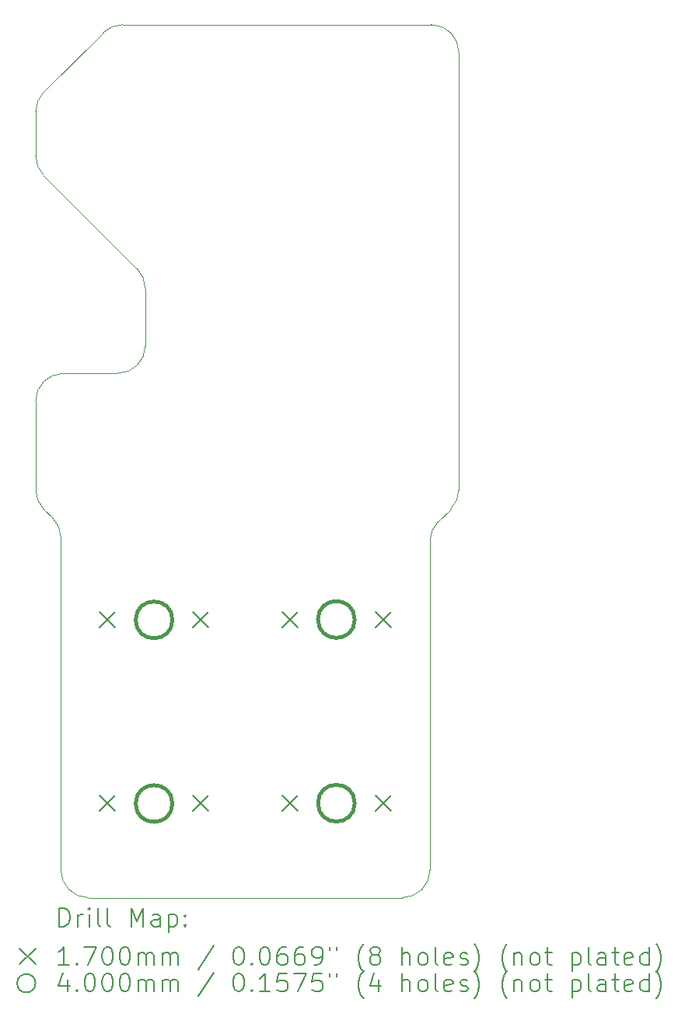
<source format=gbr>
%TF.GenerationSoftware,KiCad,Pcbnew,9.0.2*%
%TF.CreationDate,2025-06-30T11:24:57-04:00*%
%TF.ProjectId,magi_controller,6d616769-5f63-46f6-9e74-726f6c6c6572,rev?*%
%TF.SameCoordinates,Original*%
%TF.FileFunction,Drillmap*%
%TF.FilePolarity,Positive*%
%FSLAX45Y45*%
G04 Gerber Fmt 4.5, Leading zero omitted, Abs format (unit mm)*
G04 Created by KiCad (PCBNEW 9.0.2) date 2025-06-30 11:24:57*
%MOMM*%
%LPD*%
G01*
G04 APERTURE LIST*
%ADD10C,0.050000*%
%ADD11C,0.200000*%
%ADD12C,0.170000*%
%ADD13C,0.400000*%
G04 APERTURE END LIST*
D10*
X20841000Y-9077264D02*
G75*
G02*
X20928866Y-8865130I300000J4D01*
G01*
X20841000Y-12658000D02*
G75*
G02*
X20541000Y-12958000I-300000J0D01*
G01*
X17741000Y-6949000D02*
G75*
G02*
X17441000Y-7249000I-300000J0D01*
G01*
X21155000Y-8514736D02*
G75*
G02*
X21067134Y-8726870I-300000J-4D01*
G01*
X17122000Y-12958000D02*
G75*
G02*
X16822000Y-12658000I0J300000D01*
G01*
X16734132Y-8825132D02*
G75*
G02*
X16821997Y-9037264I-212132J-212128D01*
G01*
X16635868Y-5092868D02*
G75*
G02*
X16548003Y-4880736I212132J212128D01*
G01*
X17653132Y-6110132D02*
G75*
G02*
X17740997Y-6322264I-212132J-212128D01*
G01*
X16548000Y-4397264D02*
G75*
G02*
X16635866Y-4185130I300000J4D01*
G01*
X16548000Y-7549000D02*
G75*
G02*
X16848000Y-7249000I300000J0D01*
G01*
X16635868Y-8726868D02*
G75*
G02*
X16548003Y-8514736I212132J212128D01*
G01*
X20855000Y-3451000D02*
G75*
G02*
X21155000Y-3751000I0J-300000D01*
G01*
X17282132Y-3538868D02*
G75*
G02*
X17494264Y-3451003I212128J-212132D01*
G01*
X20855000Y-3451000D02*
X17494264Y-3451000D01*
X17282132Y-3538868D02*
X16635868Y-4185132D01*
X16635868Y-5092868D02*
X17653132Y-6110132D01*
X16822000Y-9037264D02*
X16822000Y-12658000D01*
X16635868Y-8726868D02*
X16734132Y-8825132D01*
X21155000Y-3751000D02*
X21155000Y-8514736D01*
X17741000Y-6322264D02*
X17741000Y-6949000D01*
X17122000Y-12958000D02*
X20541000Y-12958000D01*
X20841000Y-12658000D02*
X20841000Y-9077264D01*
X17441000Y-7249000D02*
X16848000Y-7249000D01*
X16548000Y-4397264D02*
X16548000Y-4880736D01*
X21067132Y-8726868D02*
X20928868Y-8865132D01*
X16548000Y-7549000D02*
X16548000Y-8514736D01*
D11*
D12*
X17244000Y-9848000D02*
X17414000Y-10018000D01*
X17414000Y-9848000D02*
X17244000Y-10018000D01*
X17244000Y-11848000D02*
X17414000Y-12018000D01*
X17414000Y-11848000D02*
X17244000Y-12018000D01*
X18260000Y-9848000D02*
X18430000Y-10018000D01*
X18430000Y-9848000D02*
X18260000Y-10018000D01*
X18260000Y-11848000D02*
X18430000Y-12018000D01*
X18430000Y-11848000D02*
X18260000Y-12018000D01*
X19229000Y-9844000D02*
X19399000Y-10014000D01*
X19399000Y-9844000D02*
X19229000Y-10014000D01*
X19229000Y-11844000D02*
X19399000Y-12014000D01*
X19399000Y-11844000D02*
X19229000Y-12014000D01*
X20245000Y-9844000D02*
X20415000Y-10014000D01*
X20415000Y-9844000D02*
X20245000Y-10014000D01*
X20245000Y-11844000D02*
X20415000Y-12014000D01*
X20415000Y-11844000D02*
X20245000Y-12014000D01*
D13*
X18037000Y-9933000D02*
G75*
G02*
X17637000Y-9933000I-200000J0D01*
G01*
X17637000Y-9933000D02*
G75*
G02*
X18037000Y-9933000I200000J0D01*
G01*
X18037000Y-11933000D02*
G75*
G02*
X17637000Y-11933000I-200000J0D01*
G01*
X17637000Y-11933000D02*
G75*
G02*
X18037000Y-11933000I200000J0D01*
G01*
X20022000Y-9929000D02*
G75*
G02*
X19622000Y-9929000I-200000J0D01*
G01*
X19622000Y-9929000D02*
G75*
G02*
X20022000Y-9929000I200000J0D01*
G01*
X20022000Y-11929000D02*
G75*
G02*
X19622000Y-11929000I-200000J0D01*
G01*
X19622000Y-11929000D02*
G75*
G02*
X20022000Y-11929000I200000J0D01*
G01*
D11*
X16806277Y-13271984D02*
X16806277Y-13071984D01*
X16806277Y-13071984D02*
X16853896Y-13071984D01*
X16853896Y-13071984D02*
X16882467Y-13081508D01*
X16882467Y-13081508D02*
X16901515Y-13100555D01*
X16901515Y-13100555D02*
X16911039Y-13119603D01*
X16911039Y-13119603D02*
X16920563Y-13157698D01*
X16920563Y-13157698D02*
X16920563Y-13186269D01*
X16920563Y-13186269D02*
X16911039Y-13224365D01*
X16911039Y-13224365D02*
X16901515Y-13243412D01*
X16901515Y-13243412D02*
X16882467Y-13262460D01*
X16882467Y-13262460D02*
X16853896Y-13271984D01*
X16853896Y-13271984D02*
X16806277Y-13271984D01*
X17006277Y-13271984D02*
X17006277Y-13138650D01*
X17006277Y-13176746D02*
X17015801Y-13157698D01*
X17015801Y-13157698D02*
X17025324Y-13148174D01*
X17025324Y-13148174D02*
X17044372Y-13138650D01*
X17044372Y-13138650D02*
X17063420Y-13138650D01*
X17130086Y-13271984D02*
X17130086Y-13138650D01*
X17130086Y-13071984D02*
X17120563Y-13081508D01*
X17120563Y-13081508D02*
X17130086Y-13091031D01*
X17130086Y-13091031D02*
X17139610Y-13081508D01*
X17139610Y-13081508D02*
X17130086Y-13071984D01*
X17130086Y-13071984D02*
X17130086Y-13091031D01*
X17253896Y-13271984D02*
X17234848Y-13262460D01*
X17234848Y-13262460D02*
X17225324Y-13243412D01*
X17225324Y-13243412D02*
X17225324Y-13071984D01*
X17358658Y-13271984D02*
X17339610Y-13262460D01*
X17339610Y-13262460D02*
X17330086Y-13243412D01*
X17330086Y-13243412D02*
X17330086Y-13071984D01*
X17587229Y-13271984D02*
X17587229Y-13071984D01*
X17587229Y-13071984D02*
X17653896Y-13214841D01*
X17653896Y-13214841D02*
X17720563Y-13071984D01*
X17720563Y-13071984D02*
X17720563Y-13271984D01*
X17901515Y-13271984D02*
X17901515Y-13167222D01*
X17901515Y-13167222D02*
X17891991Y-13148174D01*
X17891991Y-13148174D02*
X17872944Y-13138650D01*
X17872944Y-13138650D02*
X17834848Y-13138650D01*
X17834848Y-13138650D02*
X17815801Y-13148174D01*
X17901515Y-13262460D02*
X17882467Y-13271984D01*
X17882467Y-13271984D02*
X17834848Y-13271984D01*
X17834848Y-13271984D02*
X17815801Y-13262460D01*
X17815801Y-13262460D02*
X17806277Y-13243412D01*
X17806277Y-13243412D02*
X17806277Y-13224365D01*
X17806277Y-13224365D02*
X17815801Y-13205317D01*
X17815801Y-13205317D02*
X17834848Y-13195793D01*
X17834848Y-13195793D02*
X17882467Y-13195793D01*
X17882467Y-13195793D02*
X17901515Y-13186269D01*
X17996753Y-13138650D02*
X17996753Y-13338650D01*
X17996753Y-13148174D02*
X18015801Y-13138650D01*
X18015801Y-13138650D02*
X18053896Y-13138650D01*
X18053896Y-13138650D02*
X18072944Y-13148174D01*
X18072944Y-13148174D02*
X18082467Y-13157698D01*
X18082467Y-13157698D02*
X18091991Y-13176746D01*
X18091991Y-13176746D02*
X18091991Y-13233888D01*
X18091991Y-13233888D02*
X18082467Y-13252936D01*
X18082467Y-13252936D02*
X18072944Y-13262460D01*
X18072944Y-13262460D02*
X18053896Y-13271984D01*
X18053896Y-13271984D02*
X18015801Y-13271984D01*
X18015801Y-13271984D02*
X17996753Y-13262460D01*
X18177705Y-13252936D02*
X18187229Y-13262460D01*
X18187229Y-13262460D02*
X18177705Y-13271984D01*
X18177705Y-13271984D02*
X18168182Y-13262460D01*
X18168182Y-13262460D02*
X18177705Y-13252936D01*
X18177705Y-13252936D02*
X18177705Y-13271984D01*
X18177705Y-13148174D02*
X18187229Y-13157698D01*
X18187229Y-13157698D02*
X18177705Y-13167222D01*
X18177705Y-13167222D02*
X18168182Y-13157698D01*
X18168182Y-13157698D02*
X18177705Y-13148174D01*
X18177705Y-13148174D02*
X18177705Y-13167222D01*
D12*
X16375500Y-13515500D02*
X16545500Y-13685500D01*
X16545500Y-13515500D02*
X16375500Y-13685500D01*
D11*
X16911039Y-13691984D02*
X16796753Y-13691984D01*
X16853896Y-13691984D02*
X16853896Y-13491984D01*
X16853896Y-13491984D02*
X16834848Y-13520555D01*
X16834848Y-13520555D02*
X16815801Y-13539603D01*
X16815801Y-13539603D02*
X16796753Y-13549127D01*
X16996753Y-13672936D02*
X17006277Y-13682460D01*
X17006277Y-13682460D02*
X16996753Y-13691984D01*
X16996753Y-13691984D02*
X16987229Y-13682460D01*
X16987229Y-13682460D02*
X16996753Y-13672936D01*
X16996753Y-13672936D02*
X16996753Y-13691984D01*
X17072944Y-13491984D02*
X17206277Y-13491984D01*
X17206277Y-13491984D02*
X17120563Y-13691984D01*
X17320563Y-13491984D02*
X17339610Y-13491984D01*
X17339610Y-13491984D02*
X17358658Y-13501508D01*
X17358658Y-13501508D02*
X17368182Y-13511031D01*
X17368182Y-13511031D02*
X17377705Y-13530079D01*
X17377705Y-13530079D02*
X17387229Y-13568174D01*
X17387229Y-13568174D02*
X17387229Y-13615793D01*
X17387229Y-13615793D02*
X17377705Y-13653888D01*
X17377705Y-13653888D02*
X17368182Y-13672936D01*
X17368182Y-13672936D02*
X17358658Y-13682460D01*
X17358658Y-13682460D02*
X17339610Y-13691984D01*
X17339610Y-13691984D02*
X17320563Y-13691984D01*
X17320563Y-13691984D02*
X17301515Y-13682460D01*
X17301515Y-13682460D02*
X17291991Y-13672936D01*
X17291991Y-13672936D02*
X17282467Y-13653888D01*
X17282467Y-13653888D02*
X17272944Y-13615793D01*
X17272944Y-13615793D02*
X17272944Y-13568174D01*
X17272944Y-13568174D02*
X17282467Y-13530079D01*
X17282467Y-13530079D02*
X17291991Y-13511031D01*
X17291991Y-13511031D02*
X17301515Y-13501508D01*
X17301515Y-13501508D02*
X17320563Y-13491984D01*
X17511039Y-13491984D02*
X17530086Y-13491984D01*
X17530086Y-13491984D02*
X17549134Y-13501508D01*
X17549134Y-13501508D02*
X17558658Y-13511031D01*
X17558658Y-13511031D02*
X17568182Y-13530079D01*
X17568182Y-13530079D02*
X17577705Y-13568174D01*
X17577705Y-13568174D02*
X17577705Y-13615793D01*
X17577705Y-13615793D02*
X17568182Y-13653888D01*
X17568182Y-13653888D02*
X17558658Y-13672936D01*
X17558658Y-13672936D02*
X17549134Y-13682460D01*
X17549134Y-13682460D02*
X17530086Y-13691984D01*
X17530086Y-13691984D02*
X17511039Y-13691984D01*
X17511039Y-13691984D02*
X17491991Y-13682460D01*
X17491991Y-13682460D02*
X17482467Y-13672936D01*
X17482467Y-13672936D02*
X17472944Y-13653888D01*
X17472944Y-13653888D02*
X17463420Y-13615793D01*
X17463420Y-13615793D02*
X17463420Y-13568174D01*
X17463420Y-13568174D02*
X17472944Y-13530079D01*
X17472944Y-13530079D02*
X17482467Y-13511031D01*
X17482467Y-13511031D02*
X17491991Y-13501508D01*
X17491991Y-13501508D02*
X17511039Y-13491984D01*
X17663420Y-13691984D02*
X17663420Y-13558650D01*
X17663420Y-13577698D02*
X17672944Y-13568174D01*
X17672944Y-13568174D02*
X17691991Y-13558650D01*
X17691991Y-13558650D02*
X17720563Y-13558650D01*
X17720563Y-13558650D02*
X17739610Y-13568174D01*
X17739610Y-13568174D02*
X17749134Y-13587222D01*
X17749134Y-13587222D02*
X17749134Y-13691984D01*
X17749134Y-13587222D02*
X17758658Y-13568174D01*
X17758658Y-13568174D02*
X17777705Y-13558650D01*
X17777705Y-13558650D02*
X17806277Y-13558650D01*
X17806277Y-13558650D02*
X17825325Y-13568174D01*
X17825325Y-13568174D02*
X17834848Y-13587222D01*
X17834848Y-13587222D02*
X17834848Y-13691984D01*
X17930086Y-13691984D02*
X17930086Y-13558650D01*
X17930086Y-13577698D02*
X17939610Y-13568174D01*
X17939610Y-13568174D02*
X17958658Y-13558650D01*
X17958658Y-13558650D02*
X17987229Y-13558650D01*
X17987229Y-13558650D02*
X18006277Y-13568174D01*
X18006277Y-13568174D02*
X18015801Y-13587222D01*
X18015801Y-13587222D02*
X18015801Y-13691984D01*
X18015801Y-13587222D02*
X18025325Y-13568174D01*
X18025325Y-13568174D02*
X18044372Y-13558650D01*
X18044372Y-13558650D02*
X18072944Y-13558650D01*
X18072944Y-13558650D02*
X18091991Y-13568174D01*
X18091991Y-13568174D02*
X18101515Y-13587222D01*
X18101515Y-13587222D02*
X18101515Y-13691984D01*
X18491991Y-13482460D02*
X18320563Y-13739603D01*
X18749134Y-13491984D02*
X18768182Y-13491984D01*
X18768182Y-13491984D02*
X18787229Y-13501508D01*
X18787229Y-13501508D02*
X18796753Y-13511031D01*
X18796753Y-13511031D02*
X18806277Y-13530079D01*
X18806277Y-13530079D02*
X18815801Y-13568174D01*
X18815801Y-13568174D02*
X18815801Y-13615793D01*
X18815801Y-13615793D02*
X18806277Y-13653888D01*
X18806277Y-13653888D02*
X18796753Y-13672936D01*
X18796753Y-13672936D02*
X18787229Y-13682460D01*
X18787229Y-13682460D02*
X18768182Y-13691984D01*
X18768182Y-13691984D02*
X18749134Y-13691984D01*
X18749134Y-13691984D02*
X18730087Y-13682460D01*
X18730087Y-13682460D02*
X18720563Y-13672936D01*
X18720563Y-13672936D02*
X18711039Y-13653888D01*
X18711039Y-13653888D02*
X18701515Y-13615793D01*
X18701515Y-13615793D02*
X18701515Y-13568174D01*
X18701515Y-13568174D02*
X18711039Y-13530079D01*
X18711039Y-13530079D02*
X18720563Y-13511031D01*
X18720563Y-13511031D02*
X18730087Y-13501508D01*
X18730087Y-13501508D02*
X18749134Y-13491984D01*
X18901515Y-13672936D02*
X18911039Y-13682460D01*
X18911039Y-13682460D02*
X18901515Y-13691984D01*
X18901515Y-13691984D02*
X18891991Y-13682460D01*
X18891991Y-13682460D02*
X18901515Y-13672936D01*
X18901515Y-13672936D02*
X18901515Y-13691984D01*
X19034848Y-13491984D02*
X19053896Y-13491984D01*
X19053896Y-13491984D02*
X19072944Y-13501508D01*
X19072944Y-13501508D02*
X19082468Y-13511031D01*
X19082468Y-13511031D02*
X19091991Y-13530079D01*
X19091991Y-13530079D02*
X19101515Y-13568174D01*
X19101515Y-13568174D02*
X19101515Y-13615793D01*
X19101515Y-13615793D02*
X19091991Y-13653888D01*
X19091991Y-13653888D02*
X19082468Y-13672936D01*
X19082468Y-13672936D02*
X19072944Y-13682460D01*
X19072944Y-13682460D02*
X19053896Y-13691984D01*
X19053896Y-13691984D02*
X19034848Y-13691984D01*
X19034848Y-13691984D02*
X19015801Y-13682460D01*
X19015801Y-13682460D02*
X19006277Y-13672936D01*
X19006277Y-13672936D02*
X18996753Y-13653888D01*
X18996753Y-13653888D02*
X18987229Y-13615793D01*
X18987229Y-13615793D02*
X18987229Y-13568174D01*
X18987229Y-13568174D02*
X18996753Y-13530079D01*
X18996753Y-13530079D02*
X19006277Y-13511031D01*
X19006277Y-13511031D02*
X19015801Y-13501508D01*
X19015801Y-13501508D02*
X19034848Y-13491984D01*
X19272944Y-13491984D02*
X19234848Y-13491984D01*
X19234848Y-13491984D02*
X19215801Y-13501508D01*
X19215801Y-13501508D02*
X19206277Y-13511031D01*
X19206277Y-13511031D02*
X19187229Y-13539603D01*
X19187229Y-13539603D02*
X19177706Y-13577698D01*
X19177706Y-13577698D02*
X19177706Y-13653888D01*
X19177706Y-13653888D02*
X19187229Y-13672936D01*
X19187229Y-13672936D02*
X19196753Y-13682460D01*
X19196753Y-13682460D02*
X19215801Y-13691984D01*
X19215801Y-13691984D02*
X19253896Y-13691984D01*
X19253896Y-13691984D02*
X19272944Y-13682460D01*
X19272944Y-13682460D02*
X19282468Y-13672936D01*
X19282468Y-13672936D02*
X19291991Y-13653888D01*
X19291991Y-13653888D02*
X19291991Y-13606269D01*
X19291991Y-13606269D02*
X19282468Y-13587222D01*
X19282468Y-13587222D02*
X19272944Y-13577698D01*
X19272944Y-13577698D02*
X19253896Y-13568174D01*
X19253896Y-13568174D02*
X19215801Y-13568174D01*
X19215801Y-13568174D02*
X19196753Y-13577698D01*
X19196753Y-13577698D02*
X19187229Y-13587222D01*
X19187229Y-13587222D02*
X19177706Y-13606269D01*
X19463420Y-13491984D02*
X19425325Y-13491984D01*
X19425325Y-13491984D02*
X19406277Y-13501508D01*
X19406277Y-13501508D02*
X19396753Y-13511031D01*
X19396753Y-13511031D02*
X19377706Y-13539603D01*
X19377706Y-13539603D02*
X19368182Y-13577698D01*
X19368182Y-13577698D02*
X19368182Y-13653888D01*
X19368182Y-13653888D02*
X19377706Y-13672936D01*
X19377706Y-13672936D02*
X19387229Y-13682460D01*
X19387229Y-13682460D02*
X19406277Y-13691984D01*
X19406277Y-13691984D02*
X19444372Y-13691984D01*
X19444372Y-13691984D02*
X19463420Y-13682460D01*
X19463420Y-13682460D02*
X19472944Y-13672936D01*
X19472944Y-13672936D02*
X19482468Y-13653888D01*
X19482468Y-13653888D02*
X19482468Y-13606269D01*
X19482468Y-13606269D02*
X19472944Y-13587222D01*
X19472944Y-13587222D02*
X19463420Y-13577698D01*
X19463420Y-13577698D02*
X19444372Y-13568174D01*
X19444372Y-13568174D02*
X19406277Y-13568174D01*
X19406277Y-13568174D02*
X19387229Y-13577698D01*
X19387229Y-13577698D02*
X19377706Y-13587222D01*
X19377706Y-13587222D02*
X19368182Y-13606269D01*
X19577706Y-13691984D02*
X19615801Y-13691984D01*
X19615801Y-13691984D02*
X19634849Y-13682460D01*
X19634849Y-13682460D02*
X19644372Y-13672936D01*
X19644372Y-13672936D02*
X19663420Y-13644365D01*
X19663420Y-13644365D02*
X19672944Y-13606269D01*
X19672944Y-13606269D02*
X19672944Y-13530079D01*
X19672944Y-13530079D02*
X19663420Y-13511031D01*
X19663420Y-13511031D02*
X19653896Y-13501508D01*
X19653896Y-13501508D02*
X19634849Y-13491984D01*
X19634849Y-13491984D02*
X19596753Y-13491984D01*
X19596753Y-13491984D02*
X19577706Y-13501508D01*
X19577706Y-13501508D02*
X19568182Y-13511031D01*
X19568182Y-13511031D02*
X19558658Y-13530079D01*
X19558658Y-13530079D02*
X19558658Y-13577698D01*
X19558658Y-13577698D02*
X19568182Y-13596746D01*
X19568182Y-13596746D02*
X19577706Y-13606269D01*
X19577706Y-13606269D02*
X19596753Y-13615793D01*
X19596753Y-13615793D02*
X19634849Y-13615793D01*
X19634849Y-13615793D02*
X19653896Y-13606269D01*
X19653896Y-13606269D02*
X19663420Y-13596746D01*
X19663420Y-13596746D02*
X19672944Y-13577698D01*
X19749134Y-13491984D02*
X19749134Y-13530079D01*
X19825325Y-13491984D02*
X19825325Y-13530079D01*
X20120563Y-13768174D02*
X20111039Y-13758650D01*
X20111039Y-13758650D02*
X20091991Y-13730079D01*
X20091991Y-13730079D02*
X20082468Y-13711031D01*
X20082468Y-13711031D02*
X20072944Y-13682460D01*
X20072944Y-13682460D02*
X20063420Y-13634841D01*
X20063420Y-13634841D02*
X20063420Y-13596746D01*
X20063420Y-13596746D02*
X20072944Y-13549127D01*
X20072944Y-13549127D02*
X20082468Y-13520555D01*
X20082468Y-13520555D02*
X20091991Y-13501508D01*
X20091991Y-13501508D02*
X20111039Y-13472936D01*
X20111039Y-13472936D02*
X20120563Y-13463412D01*
X20225325Y-13577698D02*
X20206277Y-13568174D01*
X20206277Y-13568174D02*
X20196753Y-13558650D01*
X20196753Y-13558650D02*
X20187230Y-13539603D01*
X20187230Y-13539603D02*
X20187230Y-13530079D01*
X20187230Y-13530079D02*
X20196753Y-13511031D01*
X20196753Y-13511031D02*
X20206277Y-13501508D01*
X20206277Y-13501508D02*
X20225325Y-13491984D01*
X20225325Y-13491984D02*
X20263420Y-13491984D01*
X20263420Y-13491984D02*
X20282468Y-13501508D01*
X20282468Y-13501508D02*
X20291991Y-13511031D01*
X20291991Y-13511031D02*
X20301515Y-13530079D01*
X20301515Y-13530079D02*
X20301515Y-13539603D01*
X20301515Y-13539603D02*
X20291991Y-13558650D01*
X20291991Y-13558650D02*
X20282468Y-13568174D01*
X20282468Y-13568174D02*
X20263420Y-13577698D01*
X20263420Y-13577698D02*
X20225325Y-13577698D01*
X20225325Y-13577698D02*
X20206277Y-13587222D01*
X20206277Y-13587222D02*
X20196753Y-13596746D01*
X20196753Y-13596746D02*
X20187230Y-13615793D01*
X20187230Y-13615793D02*
X20187230Y-13653888D01*
X20187230Y-13653888D02*
X20196753Y-13672936D01*
X20196753Y-13672936D02*
X20206277Y-13682460D01*
X20206277Y-13682460D02*
X20225325Y-13691984D01*
X20225325Y-13691984D02*
X20263420Y-13691984D01*
X20263420Y-13691984D02*
X20282468Y-13682460D01*
X20282468Y-13682460D02*
X20291991Y-13672936D01*
X20291991Y-13672936D02*
X20301515Y-13653888D01*
X20301515Y-13653888D02*
X20301515Y-13615793D01*
X20301515Y-13615793D02*
X20291991Y-13596746D01*
X20291991Y-13596746D02*
X20282468Y-13587222D01*
X20282468Y-13587222D02*
X20263420Y-13577698D01*
X20539611Y-13691984D02*
X20539611Y-13491984D01*
X20625325Y-13691984D02*
X20625325Y-13587222D01*
X20625325Y-13587222D02*
X20615801Y-13568174D01*
X20615801Y-13568174D02*
X20596753Y-13558650D01*
X20596753Y-13558650D02*
X20568182Y-13558650D01*
X20568182Y-13558650D02*
X20549134Y-13568174D01*
X20549134Y-13568174D02*
X20539611Y-13577698D01*
X20749134Y-13691984D02*
X20730087Y-13682460D01*
X20730087Y-13682460D02*
X20720563Y-13672936D01*
X20720563Y-13672936D02*
X20711039Y-13653888D01*
X20711039Y-13653888D02*
X20711039Y-13596746D01*
X20711039Y-13596746D02*
X20720563Y-13577698D01*
X20720563Y-13577698D02*
X20730087Y-13568174D01*
X20730087Y-13568174D02*
X20749134Y-13558650D01*
X20749134Y-13558650D02*
X20777706Y-13558650D01*
X20777706Y-13558650D02*
X20796753Y-13568174D01*
X20796753Y-13568174D02*
X20806277Y-13577698D01*
X20806277Y-13577698D02*
X20815801Y-13596746D01*
X20815801Y-13596746D02*
X20815801Y-13653888D01*
X20815801Y-13653888D02*
X20806277Y-13672936D01*
X20806277Y-13672936D02*
X20796753Y-13682460D01*
X20796753Y-13682460D02*
X20777706Y-13691984D01*
X20777706Y-13691984D02*
X20749134Y-13691984D01*
X20930087Y-13691984D02*
X20911039Y-13682460D01*
X20911039Y-13682460D02*
X20901515Y-13663412D01*
X20901515Y-13663412D02*
X20901515Y-13491984D01*
X21082468Y-13682460D02*
X21063420Y-13691984D01*
X21063420Y-13691984D02*
X21025325Y-13691984D01*
X21025325Y-13691984D02*
X21006277Y-13682460D01*
X21006277Y-13682460D02*
X20996753Y-13663412D01*
X20996753Y-13663412D02*
X20996753Y-13587222D01*
X20996753Y-13587222D02*
X21006277Y-13568174D01*
X21006277Y-13568174D02*
X21025325Y-13558650D01*
X21025325Y-13558650D02*
X21063420Y-13558650D01*
X21063420Y-13558650D02*
X21082468Y-13568174D01*
X21082468Y-13568174D02*
X21091992Y-13587222D01*
X21091992Y-13587222D02*
X21091992Y-13606269D01*
X21091992Y-13606269D02*
X20996753Y-13625317D01*
X21168182Y-13682460D02*
X21187230Y-13691984D01*
X21187230Y-13691984D02*
X21225325Y-13691984D01*
X21225325Y-13691984D02*
X21244373Y-13682460D01*
X21244373Y-13682460D02*
X21253896Y-13663412D01*
X21253896Y-13663412D02*
X21253896Y-13653888D01*
X21253896Y-13653888D02*
X21244373Y-13634841D01*
X21244373Y-13634841D02*
X21225325Y-13625317D01*
X21225325Y-13625317D02*
X21196753Y-13625317D01*
X21196753Y-13625317D02*
X21177706Y-13615793D01*
X21177706Y-13615793D02*
X21168182Y-13596746D01*
X21168182Y-13596746D02*
X21168182Y-13587222D01*
X21168182Y-13587222D02*
X21177706Y-13568174D01*
X21177706Y-13568174D02*
X21196753Y-13558650D01*
X21196753Y-13558650D02*
X21225325Y-13558650D01*
X21225325Y-13558650D02*
X21244373Y-13568174D01*
X21320563Y-13768174D02*
X21330087Y-13758650D01*
X21330087Y-13758650D02*
X21349134Y-13730079D01*
X21349134Y-13730079D02*
X21358658Y-13711031D01*
X21358658Y-13711031D02*
X21368182Y-13682460D01*
X21368182Y-13682460D02*
X21377706Y-13634841D01*
X21377706Y-13634841D02*
X21377706Y-13596746D01*
X21377706Y-13596746D02*
X21368182Y-13549127D01*
X21368182Y-13549127D02*
X21358658Y-13520555D01*
X21358658Y-13520555D02*
X21349134Y-13501508D01*
X21349134Y-13501508D02*
X21330087Y-13472936D01*
X21330087Y-13472936D02*
X21320563Y-13463412D01*
X21682468Y-13768174D02*
X21672944Y-13758650D01*
X21672944Y-13758650D02*
X21653896Y-13730079D01*
X21653896Y-13730079D02*
X21644373Y-13711031D01*
X21644373Y-13711031D02*
X21634849Y-13682460D01*
X21634849Y-13682460D02*
X21625325Y-13634841D01*
X21625325Y-13634841D02*
X21625325Y-13596746D01*
X21625325Y-13596746D02*
X21634849Y-13549127D01*
X21634849Y-13549127D02*
X21644373Y-13520555D01*
X21644373Y-13520555D02*
X21653896Y-13501508D01*
X21653896Y-13501508D02*
X21672944Y-13472936D01*
X21672944Y-13472936D02*
X21682468Y-13463412D01*
X21758658Y-13558650D02*
X21758658Y-13691984D01*
X21758658Y-13577698D02*
X21768182Y-13568174D01*
X21768182Y-13568174D02*
X21787230Y-13558650D01*
X21787230Y-13558650D02*
X21815801Y-13558650D01*
X21815801Y-13558650D02*
X21834849Y-13568174D01*
X21834849Y-13568174D02*
X21844373Y-13587222D01*
X21844373Y-13587222D02*
X21844373Y-13691984D01*
X21968182Y-13691984D02*
X21949134Y-13682460D01*
X21949134Y-13682460D02*
X21939611Y-13672936D01*
X21939611Y-13672936D02*
X21930087Y-13653888D01*
X21930087Y-13653888D02*
X21930087Y-13596746D01*
X21930087Y-13596746D02*
X21939611Y-13577698D01*
X21939611Y-13577698D02*
X21949134Y-13568174D01*
X21949134Y-13568174D02*
X21968182Y-13558650D01*
X21968182Y-13558650D02*
X21996754Y-13558650D01*
X21996754Y-13558650D02*
X22015801Y-13568174D01*
X22015801Y-13568174D02*
X22025325Y-13577698D01*
X22025325Y-13577698D02*
X22034849Y-13596746D01*
X22034849Y-13596746D02*
X22034849Y-13653888D01*
X22034849Y-13653888D02*
X22025325Y-13672936D01*
X22025325Y-13672936D02*
X22015801Y-13682460D01*
X22015801Y-13682460D02*
X21996754Y-13691984D01*
X21996754Y-13691984D02*
X21968182Y-13691984D01*
X22091992Y-13558650D02*
X22168182Y-13558650D01*
X22120563Y-13491984D02*
X22120563Y-13663412D01*
X22120563Y-13663412D02*
X22130087Y-13682460D01*
X22130087Y-13682460D02*
X22149134Y-13691984D01*
X22149134Y-13691984D02*
X22168182Y-13691984D01*
X22387230Y-13558650D02*
X22387230Y-13758650D01*
X22387230Y-13568174D02*
X22406277Y-13558650D01*
X22406277Y-13558650D02*
X22444373Y-13558650D01*
X22444373Y-13558650D02*
X22463420Y-13568174D01*
X22463420Y-13568174D02*
X22472944Y-13577698D01*
X22472944Y-13577698D02*
X22482468Y-13596746D01*
X22482468Y-13596746D02*
X22482468Y-13653888D01*
X22482468Y-13653888D02*
X22472944Y-13672936D01*
X22472944Y-13672936D02*
X22463420Y-13682460D01*
X22463420Y-13682460D02*
X22444373Y-13691984D01*
X22444373Y-13691984D02*
X22406277Y-13691984D01*
X22406277Y-13691984D02*
X22387230Y-13682460D01*
X22596753Y-13691984D02*
X22577706Y-13682460D01*
X22577706Y-13682460D02*
X22568182Y-13663412D01*
X22568182Y-13663412D02*
X22568182Y-13491984D01*
X22758658Y-13691984D02*
X22758658Y-13587222D01*
X22758658Y-13587222D02*
X22749134Y-13568174D01*
X22749134Y-13568174D02*
X22730087Y-13558650D01*
X22730087Y-13558650D02*
X22691992Y-13558650D01*
X22691992Y-13558650D02*
X22672944Y-13568174D01*
X22758658Y-13682460D02*
X22739611Y-13691984D01*
X22739611Y-13691984D02*
X22691992Y-13691984D01*
X22691992Y-13691984D02*
X22672944Y-13682460D01*
X22672944Y-13682460D02*
X22663420Y-13663412D01*
X22663420Y-13663412D02*
X22663420Y-13644365D01*
X22663420Y-13644365D02*
X22672944Y-13625317D01*
X22672944Y-13625317D02*
X22691992Y-13615793D01*
X22691992Y-13615793D02*
X22739611Y-13615793D01*
X22739611Y-13615793D02*
X22758658Y-13606269D01*
X22825325Y-13558650D02*
X22901515Y-13558650D01*
X22853896Y-13491984D02*
X22853896Y-13663412D01*
X22853896Y-13663412D02*
X22863420Y-13682460D01*
X22863420Y-13682460D02*
X22882468Y-13691984D01*
X22882468Y-13691984D02*
X22901515Y-13691984D01*
X23044373Y-13682460D02*
X23025325Y-13691984D01*
X23025325Y-13691984D02*
X22987230Y-13691984D01*
X22987230Y-13691984D02*
X22968182Y-13682460D01*
X22968182Y-13682460D02*
X22958658Y-13663412D01*
X22958658Y-13663412D02*
X22958658Y-13587222D01*
X22958658Y-13587222D02*
X22968182Y-13568174D01*
X22968182Y-13568174D02*
X22987230Y-13558650D01*
X22987230Y-13558650D02*
X23025325Y-13558650D01*
X23025325Y-13558650D02*
X23044373Y-13568174D01*
X23044373Y-13568174D02*
X23053896Y-13587222D01*
X23053896Y-13587222D02*
X23053896Y-13606269D01*
X23053896Y-13606269D02*
X22958658Y-13625317D01*
X23225325Y-13691984D02*
X23225325Y-13491984D01*
X23225325Y-13682460D02*
X23206277Y-13691984D01*
X23206277Y-13691984D02*
X23168182Y-13691984D01*
X23168182Y-13691984D02*
X23149134Y-13682460D01*
X23149134Y-13682460D02*
X23139611Y-13672936D01*
X23139611Y-13672936D02*
X23130087Y-13653888D01*
X23130087Y-13653888D02*
X23130087Y-13596746D01*
X23130087Y-13596746D02*
X23139611Y-13577698D01*
X23139611Y-13577698D02*
X23149134Y-13568174D01*
X23149134Y-13568174D02*
X23168182Y-13558650D01*
X23168182Y-13558650D02*
X23206277Y-13558650D01*
X23206277Y-13558650D02*
X23225325Y-13568174D01*
X23301515Y-13768174D02*
X23311039Y-13758650D01*
X23311039Y-13758650D02*
X23330087Y-13730079D01*
X23330087Y-13730079D02*
X23339611Y-13711031D01*
X23339611Y-13711031D02*
X23349134Y-13682460D01*
X23349134Y-13682460D02*
X23358658Y-13634841D01*
X23358658Y-13634841D02*
X23358658Y-13596746D01*
X23358658Y-13596746D02*
X23349134Y-13549127D01*
X23349134Y-13549127D02*
X23339611Y-13520555D01*
X23339611Y-13520555D02*
X23330087Y-13501508D01*
X23330087Y-13501508D02*
X23311039Y-13472936D01*
X23311039Y-13472936D02*
X23301515Y-13463412D01*
X16545500Y-13890500D02*
G75*
G02*
X16345500Y-13890500I-100000J0D01*
G01*
X16345500Y-13890500D02*
G75*
G02*
X16545500Y-13890500I100000J0D01*
G01*
X16891991Y-13848650D02*
X16891991Y-13981984D01*
X16844372Y-13772460D02*
X16796753Y-13915317D01*
X16796753Y-13915317D02*
X16920563Y-13915317D01*
X16996753Y-13962936D02*
X17006277Y-13972460D01*
X17006277Y-13972460D02*
X16996753Y-13981984D01*
X16996753Y-13981984D02*
X16987229Y-13972460D01*
X16987229Y-13972460D02*
X16996753Y-13962936D01*
X16996753Y-13962936D02*
X16996753Y-13981984D01*
X17130086Y-13781984D02*
X17149134Y-13781984D01*
X17149134Y-13781984D02*
X17168182Y-13791508D01*
X17168182Y-13791508D02*
X17177705Y-13801031D01*
X17177705Y-13801031D02*
X17187229Y-13820079D01*
X17187229Y-13820079D02*
X17196753Y-13858174D01*
X17196753Y-13858174D02*
X17196753Y-13905793D01*
X17196753Y-13905793D02*
X17187229Y-13943888D01*
X17187229Y-13943888D02*
X17177705Y-13962936D01*
X17177705Y-13962936D02*
X17168182Y-13972460D01*
X17168182Y-13972460D02*
X17149134Y-13981984D01*
X17149134Y-13981984D02*
X17130086Y-13981984D01*
X17130086Y-13981984D02*
X17111039Y-13972460D01*
X17111039Y-13972460D02*
X17101515Y-13962936D01*
X17101515Y-13962936D02*
X17091991Y-13943888D01*
X17091991Y-13943888D02*
X17082467Y-13905793D01*
X17082467Y-13905793D02*
X17082467Y-13858174D01*
X17082467Y-13858174D02*
X17091991Y-13820079D01*
X17091991Y-13820079D02*
X17101515Y-13801031D01*
X17101515Y-13801031D02*
X17111039Y-13791508D01*
X17111039Y-13791508D02*
X17130086Y-13781984D01*
X17320563Y-13781984D02*
X17339610Y-13781984D01*
X17339610Y-13781984D02*
X17358658Y-13791508D01*
X17358658Y-13791508D02*
X17368182Y-13801031D01*
X17368182Y-13801031D02*
X17377705Y-13820079D01*
X17377705Y-13820079D02*
X17387229Y-13858174D01*
X17387229Y-13858174D02*
X17387229Y-13905793D01*
X17387229Y-13905793D02*
X17377705Y-13943888D01*
X17377705Y-13943888D02*
X17368182Y-13962936D01*
X17368182Y-13962936D02*
X17358658Y-13972460D01*
X17358658Y-13972460D02*
X17339610Y-13981984D01*
X17339610Y-13981984D02*
X17320563Y-13981984D01*
X17320563Y-13981984D02*
X17301515Y-13972460D01*
X17301515Y-13972460D02*
X17291991Y-13962936D01*
X17291991Y-13962936D02*
X17282467Y-13943888D01*
X17282467Y-13943888D02*
X17272944Y-13905793D01*
X17272944Y-13905793D02*
X17272944Y-13858174D01*
X17272944Y-13858174D02*
X17282467Y-13820079D01*
X17282467Y-13820079D02*
X17291991Y-13801031D01*
X17291991Y-13801031D02*
X17301515Y-13791508D01*
X17301515Y-13791508D02*
X17320563Y-13781984D01*
X17511039Y-13781984D02*
X17530086Y-13781984D01*
X17530086Y-13781984D02*
X17549134Y-13791508D01*
X17549134Y-13791508D02*
X17558658Y-13801031D01*
X17558658Y-13801031D02*
X17568182Y-13820079D01*
X17568182Y-13820079D02*
X17577705Y-13858174D01*
X17577705Y-13858174D02*
X17577705Y-13905793D01*
X17577705Y-13905793D02*
X17568182Y-13943888D01*
X17568182Y-13943888D02*
X17558658Y-13962936D01*
X17558658Y-13962936D02*
X17549134Y-13972460D01*
X17549134Y-13972460D02*
X17530086Y-13981984D01*
X17530086Y-13981984D02*
X17511039Y-13981984D01*
X17511039Y-13981984D02*
X17491991Y-13972460D01*
X17491991Y-13972460D02*
X17482467Y-13962936D01*
X17482467Y-13962936D02*
X17472944Y-13943888D01*
X17472944Y-13943888D02*
X17463420Y-13905793D01*
X17463420Y-13905793D02*
X17463420Y-13858174D01*
X17463420Y-13858174D02*
X17472944Y-13820079D01*
X17472944Y-13820079D02*
X17482467Y-13801031D01*
X17482467Y-13801031D02*
X17491991Y-13791508D01*
X17491991Y-13791508D02*
X17511039Y-13781984D01*
X17663420Y-13981984D02*
X17663420Y-13848650D01*
X17663420Y-13867698D02*
X17672944Y-13858174D01*
X17672944Y-13858174D02*
X17691991Y-13848650D01*
X17691991Y-13848650D02*
X17720563Y-13848650D01*
X17720563Y-13848650D02*
X17739610Y-13858174D01*
X17739610Y-13858174D02*
X17749134Y-13877222D01*
X17749134Y-13877222D02*
X17749134Y-13981984D01*
X17749134Y-13877222D02*
X17758658Y-13858174D01*
X17758658Y-13858174D02*
X17777705Y-13848650D01*
X17777705Y-13848650D02*
X17806277Y-13848650D01*
X17806277Y-13848650D02*
X17825325Y-13858174D01*
X17825325Y-13858174D02*
X17834848Y-13877222D01*
X17834848Y-13877222D02*
X17834848Y-13981984D01*
X17930086Y-13981984D02*
X17930086Y-13848650D01*
X17930086Y-13867698D02*
X17939610Y-13858174D01*
X17939610Y-13858174D02*
X17958658Y-13848650D01*
X17958658Y-13848650D02*
X17987229Y-13848650D01*
X17987229Y-13848650D02*
X18006277Y-13858174D01*
X18006277Y-13858174D02*
X18015801Y-13877222D01*
X18015801Y-13877222D02*
X18015801Y-13981984D01*
X18015801Y-13877222D02*
X18025325Y-13858174D01*
X18025325Y-13858174D02*
X18044372Y-13848650D01*
X18044372Y-13848650D02*
X18072944Y-13848650D01*
X18072944Y-13848650D02*
X18091991Y-13858174D01*
X18091991Y-13858174D02*
X18101515Y-13877222D01*
X18101515Y-13877222D02*
X18101515Y-13981984D01*
X18491991Y-13772460D02*
X18320563Y-14029603D01*
X18749134Y-13781984D02*
X18768182Y-13781984D01*
X18768182Y-13781984D02*
X18787229Y-13791508D01*
X18787229Y-13791508D02*
X18796753Y-13801031D01*
X18796753Y-13801031D02*
X18806277Y-13820079D01*
X18806277Y-13820079D02*
X18815801Y-13858174D01*
X18815801Y-13858174D02*
X18815801Y-13905793D01*
X18815801Y-13905793D02*
X18806277Y-13943888D01*
X18806277Y-13943888D02*
X18796753Y-13962936D01*
X18796753Y-13962936D02*
X18787229Y-13972460D01*
X18787229Y-13972460D02*
X18768182Y-13981984D01*
X18768182Y-13981984D02*
X18749134Y-13981984D01*
X18749134Y-13981984D02*
X18730087Y-13972460D01*
X18730087Y-13972460D02*
X18720563Y-13962936D01*
X18720563Y-13962936D02*
X18711039Y-13943888D01*
X18711039Y-13943888D02*
X18701515Y-13905793D01*
X18701515Y-13905793D02*
X18701515Y-13858174D01*
X18701515Y-13858174D02*
X18711039Y-13820079D01*
X18711039Y-13820079D02*
X18720563Y-13801031D01*
X18720563Y-13801031D02*
X18730087Y-13791508D01*
X18730087Y-13791508D02*
X18749134Y-13781984D01*
X18901515Y-13962936D02*
X18911039Y-13972460D01*
X18911039Y-13972460D02*
X18901515Y-13981984D01*
X18901515Y-13981984D02*
X18891991Y-13972460D01*
X18891991Y-13972460D02*
X18901515Y-13962936D01*
X18901515Y-13962936D02*
X18901515Y-13981984D01*
X19101515Y-13981984D02*
X18987229Y-13981984D01*
X19044372Y-13981984D02*
X19044372Y-13781984D01*
X19044372Y-13781984D02*
X19025325Y-13810555D01*
X19025325Y-13810555D02*
X19006277Y-13829603D01*
X19006277Y-13829603D02*
X18987229Y-13839127D01*
X19282468Y-13781984D02*
X19187229Y-13781984D01*
X19187229Y-13781984D02*
X19177706Y-13877222D01*
X19177706Y-13877222D02*
X19187229Y-13867698D01*
X19187229Y-13867698D02*
X19206277Y-13858174D01*
X19206277Y-13858174D02*
X19253896Y-13858174D01*
X19253896Y-13858174D02*
X19272944Y-13867698D01*
X19272944Y-13867698D02*
X19282468Y-13877222D01*
X19282468Y-13877222D02*
X19291991Y-13896269D01*
X19291991Y-13896269D02*
X19291991Y-13943888D01*
X19291991Y-13943888D02*
X19282468Y-13962936D01*
X19282468Y-13962936D02*
X19272944Y-13972460D01*
X19272944Y-13972460D02*
X19253896Y-13981984D01*
X19253896Y-13981984D02*
X19206277Y-13981984D01*
X19206277Y-13981984D02*
X19187229Y-13972460D01*
X19187229Y-13972460D02*
X19177706Y-13962936D01*
X19358658Y-13781984D02*
X19491991Y-13781984D01*
X19491991Y-13781984D02*
X19406277Y-13981984D01*
X19663420Y-13781984D02*
X19568182Y-13781984D01*
X19568182Y-13781984D02*
X19558658Y-13877222D01*
X19558658Y-13877222D02*
X19568182Y-13867698D01*
X19568182Y-13867698D02*
X19587229Y-13858174D01*
X19587229Y-13858174D02*
X19634849Y-13858174D01*
X19634849Y-13858174D02*
X19653896Y-13867698D01*
X19653896Y-13867698D02*
X19663420Y-13877222D01*
X19663420Y-13877222D02*
X19672944Y-13896269D01*
X19672944Y-13896269D02*
X19672944Y-13943888D01*
X19672944Y-13943888D02*
X19663420Y-13962936D01*
X19663420Y-13962936D02*
X19653896Y-13972460D01*
X19653896Y-13972460D02*
X19634849Y-13981984D01*
X19634849Y-13981984D02*
X19587229Y-13981984D01*
X19587229Y-13981984D02*
X19568182Y-13972460D01*
X19568182Y-13972460D02*
X19558658Y-13962936D01*
X19749134Y-13781984D02*
X19749134Y-13820079D01*
X19825325Y-13781984D02*
X19825325Y-13820079D01*
X20120563Y-14058174D02*
X20111039Y-14048650D01*
X20111039Y-14048650D02*
X20091991Y-14020079D01*
X20091991Y-14020079D02*
X20082468Y-14001031D01*
X20082468Y-14001031D02*
X20072944Y-13972460D01*
X20072944Y-13972460D02*
X20063420Y-13924841D01*
X20063420Y-13924841D02*
X20063420Y-13886746D01*
X20063420Y-13886746D02*
X20072944Y-13839127D01*
X20072944Y-13839127D02*
X20082468Y-13810555D01*
X20082468Y-13810555D02*
X20091991Y-13791508D01*
X20091991Y-13791508D02*
X20111039Y-13762936D01*
X20111039Y-13762936D02*
X20120563Y-13753412D01*
X20282468Y-13848650D02*
X20282468Y-13981984D01*
X20234849Y-13772460D02*
X20187230Y-13915317D01*
X20187230Y-13915317D02*
X20311039Y-13915317D01*
X20539611Y-13981984D02*
X20539611Y-13781984D01*
X20625325Y-13981984D02*
X20625325Y-13877222D01*
X20625325Y-13877222D02*
X20615801Y-13858174D01*
X20615801Y-13858174D02*
X20596753Y-13848650D01*
X20596753Y-13848650D02*
X20568182Y-13848650D01*
X20568182Y-13848650D02*
X20549134Y-13858174D01*
X20549134Y-13858174D02*
X20539611Y-13867698D01*
X20749134Y-13981984D02*
X20730087Y-13972460D01*
X20730087Y-13972460D02*
X20720563Y-13962936D01*
X20720563Y-13962936D02*
X20711039Y-13943888D01*
X20711039Y-13943888D02*
X20711039Y-13886746D01*
X20711039Y-13886746D02*
X20720563Y-13867698D01*
X20720563Y-13867698D02*
X20730087Y-13858174D01*
X20730087Y-13858174D02*
X20749134Y-13848650D01*
X20749134Y-13848650D02*
X20777706Y-13848650D01*
X20777706Y-13848650D02*
X20796753Y-13858174D01*
X20796753Y-13858174D02*
X20806277Y-13867698D01*
X20806277Y-13867698D02*
X20815801Y-13886746D01*
X20815801Y-13886746D02*
X20815801Y-13943888D01*
X20815801Y-13943888D02*
X20806277Y-13962936D01*
X20806277Y-13962936D02*
X20796753Y-13972460D01*
X20796753Y-13972460D02*
X20777706Y-13981984D01*
X20777706Y-13981984D02*
X20749134Y-13981984D01*
X20930087Y-13981984D02*
X20911039Y-13972460D01*
X20911039Y-13972460D02*
X20901515Y-13953412D01*
X20901515Y-13953412D02*
X20901515Y-13781984D01*
X21082468Y-13972460D02*
X21063420Y-13981984D01*
X21063420Y-13981984D02*
X21025325Y-13981984D01*
X21025325Y-13981984D02*
X21006277Y-13972460D01*
X21006277Y-13972460D02*
X20996753Y-13953412D01*
X20996753Y-13953412D02*
X20996753Y-13877222D01*
X20996753Y-13877222D02*
X21006277Y-13858174D01*
X21006277Y-13858174D02*
X21025325Y-13848650D01*
X21025325Y-13848650D02*
X21063420Y-13848650D01*
X21063420Y-13848650D02*
X21082468Y-13858174D01*
X21082468Y-13858174D02*
X21091992Y-13877222D01*
X21091992Y-13877222D02*
X21091992Y-13896269D01*
X21091992Y-13896269D02*
X20996753Y-13915317D01*
X21168182Y-13972460D02*
X21187230Y-13981984D01*
X21187230Y-13981984D02*
X21225325Y-13981984D01*
X21225325Y-13981984D02*
X21244373Y-13972460D01*
X21244373Y-13972460D02*
X21253896Y-13953412D01*
X21253896Y-13953412D02*
X21253896Y-13943888D01*
X21253896Y-13943888D02*
X21244373Y-13924841D01*
X21244373Y-13924841D02*
X21225325Y-13915317D01*
X21225325Y-13915317D02*
X21196753Y-13915317D01*
X21196753Y-13915317D02*
X21177706Y-13905793D01*
X21177706Y-13905793D02*
X21168182Y-13886746D01*
X21168182Y-13886746D02*
X21168182Y-13877222D01*
X21168182Y-13877222D02*
X21177706Y-13858174D01*
X21177706Y-13858174D02*
X21196753Y-13848650D01*
X21196753Y-13848650D02*
X21225325Y-13848650D01*
X21225325Y-13848650D02*
X21244373Y-13858174D01*
X21320563Y-14058174D02*
X21330087Y-14048650D01*
X21330087Y-14048650D02*
X21349134Y-14020079D01*
X21349134Y-14020079D02*
X21358658Y-14001031D01*
X21358658Y-14001031D02*
X21368182Y-13972460D01*
X21368182Y-13972460D02*
X21377706Y-13924841D01*
X21377706Y-13924841D02*
X21377706Y-13886746D01*
X21377706Y-13886746D02*
X21368182Y-13839127D01*
X21368182Y-13839127D02*
X21358658Y-13810555D01*
X21358658Y-13810555D02*
X21349134Y-13791508D01*
X21349134Y-13791508D02*
X21330087Y-13762936D01*
X21330087Y-13762936D02*
X21320563Y-13753412D01*
X21682468Y-14058174D02*
X21672944Y-14048650D01*
X21672944Y-14048650D02*
X21653896Y-14020079D01*
X21653896Y-14020079D02*
X21644373Y-14001031D01*
X21644373Y-14001031D02*
X21634849Y-13972460D01*
X21634849Y-13972460D02*
X21625325Y-13924841D01*
X21625325Y-13924841D02*
X21625325Y-13886746D01*
X21625325Y-13886746D02*
X21634849Y-13839127D01*
X21634849Y-13839127D02*
X21644373Y-13810555D01*
X21644373Y-13810555D02*
X21653896Y-13791508D01*
X21653896Y-13791508D02*
X21672944Y-13762936D01*
X21672944Y-13762936D02*
X21682468Y-13753412D01*
X21758658Y-13848650D02*
X21758658Y-13981984D01*
X21758658Y-13867698D02*
X21768182Y-13858174D01*
X21768182Y-13858174D02*
X21787230Y-13848650D01*
X21787230Y-13848650D02*
X21815801Y-13848650D01*
X21815801Y-13848650D02*
X21834849Y-13858174D01*
X21834849Y-13858174D02*
X21844373Y-13877222D01*
X21844373Y-13877222D02*
X21844373Y-13981984D01*
X21968182Y-13981984D02*
X21949134Y-13972460D01*
X21949134Y-13972460D02*
X21939611Y-13962936D01*
X21939611Y-13962936D02*
X21930087Y-13943888D01*
X21930087Y-13943888D02*
X21930087Y-13886746D01*
X21930087Y-13886746D02*
X21939611Y-13867698D01*
X21939611Y-13867698D02*
X21949134Y-13858174D01*
X21949134Y-13858174D02*
X21968182Y-13848650D01*
X21968182Y-13848650D02*
X21996754Y-13848650D01*
X21996754Y-13848650D02*
X22015801Y-13858174D01*
X22015801Y-13858174D02*
X22025325Y-13867698D01*
X22025325Y-13867698D02*
X22034849Y-13886746D01*
X22034849Y-13886746D02*
X22034849Y-13943888D01*
X22034849Y-13943888D02*
X22025325Y-13962936D01*
X22025325Y-13962936D02*
X22015801Y-13972460D01*
X22015801Y-13972460D02*
X21996754Y-13981984D01*
X21996754Y-13981984D02*
X21968182Y-13981984D01*
X22091992Y-13848650D02*
X22168182Y-13848650D01*
X22120563Y-13781984D02*
X22120563Y-13953412D01*
X22120563Y-13953412D02*
X22130087Y-13972460D01*
X22130087Y-13972460D02*
X22149134Y-13981984D01*
X22149134Y-13981984D02*
X22168182Y-13981984D01*
X22387230Y-13848650D02*
X22387230Y-14048650D01*
X22387230Y-13858174D02*
X22406277Y-13848650D01*
X22406277Y-13848650D02*
X22444373Y-13848650D01*
X22444373Y-13848650D02*
X22463420Y-13858174D01*
X22463420Y-13858174D02*
X22472944Y-13867698D01*
X22472944Y-13867698D02*
X22482468Y-13886746D01*
X22482468Y-13886746D02*
X22482468Y-13943888D01*
X22482468Y-13943888D02*
X22472944Y-13962936D01*
X22472944Y-13962936D02*
X22463420Y-13972460D01*
X22463420Y-13972460D02*
X22444373Y-13981984D01*
X22444373Y-13981984D02*
X22406277Y-13981984D01*
X22406277Y-13981984D02*
X22387230Y-13972460D01*
X22596753Y-13981984D02*
X22577706Y-13972460D01*
X22577706Y-13972460D02*
X22568182Y-13953412D01*
X22568182Y-13953412D02*
X22568182Y-13781984D01*
X22758658Y-13981984D02*
X22758658Y-13877222D01*
X22758658Y-13877222D02*
X22749134Y-13858174D01*
X22749134Y-13858174D02*
X22730087Y-13848650D01*
X22730087Y-13848650D02*
X22691992Y-13848650D01*
X22691992Y-13848650D02*
X22672944Y-13858174D01*
X22758658Y-13972460D02*
X22739611Y-13981984D01*
X22739611Y-13981984D02*
X22691992Y-13981984D01*
X22691992Y-13981984D02*
X22672944Y-13972460D01*
X22672944Y-13972460D02*
X22663420Y-13953412D01*
X22663420Y-13953412D02*
X22663420Y-13934365D01*
X22663420Y-13934365D02*
X22672944Y-13915317D01*
X22672944Y-13915317D02*
X22691992Y-13905793D01*
X22691992Y-13905793D02*
X22739611Y-13905793D01*
X22739611Y-13905793D02*
X22758658Y-13896269D01*
X22825325Y-13848650D02*
X22901515Y-13848650D01*
X22853896Y-13781984D02*
X22853896Y-13953412D01*
X22853896Y-13953412D02*
X22863420Y-13972460D01*
X22863420Y-13972460D02*
X22882468Y-13981984D01*
X22882468Y-13981984D02*
X22901515Y-13981984D01*
X23044373Y-13972460D02*
X23025325Y-13981984D01*
X23025325Y-13981984D02*
X22987230Y-13981984D01*
X22987230Y-13981984D02*
X22968182Y-13972460D01*
X22968182Y-13972460D02*
X22958658Y-13953412D01*
X22958658Y-13953412D02*
X22958658Y-13877222D01*
X22958658Y-13877222D02*
X22968182Y-13858174D01*
X22968182Y-13858174D02*
X22987230Y-13848650D01*
X22987230Y-13848650D02*
X23025325Y-13848650D01*
X23025325Y-13848650D02*
X23044373Y-13858174D01*
X23044373Y-13858174D02*
X23053896Y-13877222D01*
X23053896Y-13877222D02*
X23053896Y-13896269D01*
X23053896Y-13896269D02*
X22958658Y-13915317D01*
X23225325Y-13981984D02*
X23225325Y-13781984D01*
X23225325Y-13972460D02*
X23206277Y-13981984D01*
X23206277Y-13981984D02*
X23168182Y-13981984D01*
X23168182Y-13981984D02*
X23149134Y-13972460D01*
X23149134Y-13972460D02*
X23139611Y-13962936D01*
X23139611Y-13962936D02*
X23130087Y-13943888D01*
X23130087Y-13943888D02*
X23130087Y-13886746D01*
X23130087Y-13886746D02*
X23139611Y-13867698D01*
X23139611Y-13867698D02*
X23149134Y-13858174D01*
X23149134Y-13858174D02*
X23168182Y-13848650D01*
X23168182Y-13848650D02*
X23206277Y-13848650D01*
X23206277Y-13848650D02*
X23225325Y-13858174D01*
X23301515Y-14058174D02*
X23311039Y-14048650D01*
X23311039Y-14048650D02*
X23330087Y-14020079D01*
X23330087Y-14020079D02*
X23339611Y-14001031D01*
X23339611Y-14001031D02*
X23349134Y-13972460D01*
X23349134Y-13972460D02*
X23358658Y-13924841D01*
X23358658Y-13924841D02*
X23358658Y-13886746D01*
X23358658Y-13886746D02*
X23349134Y-13839127D01*
X23349134Y-13839127D02*
X23339611Y-13810555D01*
X23339611Y-13810555D02*
X23330087Y-13791508D01*
X23330087Y-13791508D02*
X23311039Y-13762936D01*
X23311039Y-13762936D02*
X23301515Y-13753412D01*
M02*

</source>
